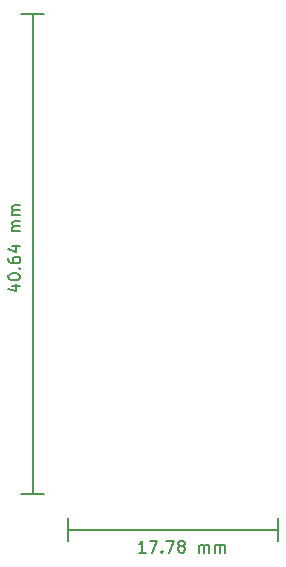
<source format=gbr>
G04 #@! TF.GenerationSoftware,KiCad,Pcbnew,5.1.9-1.fc33*
G04 #@! TF.CreationDate,2021-01-08T09:44:42+01:00*
G04 #@! TF.ProjectId,reDIP-sx,72654449-502d-4737-982e-6b696361645f,0.1*
G04 #@! TF.SameCoordinates,PX5e28010PY8011a50*
G04 #@! TF.FileFunction,OtherDrawing,Comment*
%FSLAX46Y46*%
G04 Gerber Fmt 4.6, Leading zero omitted, Abs format (unit mm)*
G04 Created by KiCad (PCBNEW 5.1.9-1.fc33) date 2021-01-08 09:44:42*
%MOMM*%
%LPD*%
G01*
G04 APERTURE LIST*
%ADD10C,0.150000*%
G04 APERTURE END LIST*
D10*
X-4734286Y17639524D02*
X-4067620Y17639524D01*
X-5115239Y17401429D02*
X-4400953Y17163334D01*
X-4400953Y17782381D01*
X-5067620Y18353810D02*
X-5067620Y18449048D01*
X-5020000Y18544286D01*
X-4972381Y18591905D01*
X-4877143Y18639524D01*
X-4686667Y18687143D01*
X-4448572Y18687143D01*
X-4258096Y18639524D01*
X-4162858Y18591905D01*
X-4115239Y18544286D01*
X-4067620Y18449048D01*
X-4067620Y18353810D01*
X-4115239Y18258572D01*
X-4162858Y18210953D01*
X-4258096Y18163334D01*
X-4448572Y18115715D01*
X-4686667Y18115715D01*
X-4877143Y18163334D01*
X-4972381Y18210953D01*
X-5020000Y18258572D01*
X-5067620Y18353810D01*
X-4162858Y19115715D02*
X-4115239Y19163334D01*
X-4067620Y19115715D01*
X-4115239Y19068096D01*
X-4162858Y19115715D01*
X-4067620Y19115715D01*
X-5067620Y20020477D02*
X-5067620Y19830000D01*
X-5020000Y19734762D01*
X-4972381Y19687143D01*
X-4829524Y19591905D01*
X-4639048Y19544286D01*
X-4258096Y19544286D01*
X-4162858Y19591905D01*
X-4115239Y19639524D01*
X-4067620Y19734762D01*
X-4067620Y19925239D01*
X-4115239Y20020477D01*
X-4162858Y20068096D01*
X-4258096Y20115715D01*
X-4496191Y20115715D01*
X-4591429Y20068096D01*
X-4639048Y20020477D01*
X-4686667Y19925239D01*
X-4686667Y19734762D01*
X-4639048Y19639524D01*
X-4591429Y19591905D01*
X-4496191Y19544286D01*
X-4734286Y20972858D02*
X-4067620Y20972858D01*
X-5115239Y20734762D02*
X-4400953Y20496667D01*
X-4400953Y21115715D01*
X-4067620Y22258572D02*
X-4734286Y22258572D01*
X-4639048Y22258572D02*
X-4686667Y22306191D01*
X-4734286Y22401429D01*
X-4734286Y22544286D01*
X-4686667Y22639524D01*
X-4591429Y22687143D01*
X-4067620Y22687143D01*
X-4591429Y22687143D02*
X-4686667Y22734762D01*
X-4734286Y22830000D01*
X-4734286Y22972858D01*
X-4686667Y23068096D01*
X-4591429Y23115715D01*
X-4067620Y23115715D01*
X-4067620Y23591905D02*
X-4734286Y23591905D01*
X-4639048Y23591905D02*
X-4686667Y23639524D01*
X-4734286Y23734762D01*
X-4734286Y23877620D01*
X-4686667Y23972858D01*
X-4591429Y24020477D01*
X-4067620Y24020477D01*
X-4591429Y24020477D02*
X-4686667Y24068096D01*
X-4734286Y24163334D01*
X-4734286Y24306191D01*
X-4686667Y24401429D01*
X-4591429Y24449048D01*
X-4067620Y24449048D01*
X-2000000Y0D02*
X-4000000Y0D01*
X-2000000Y40640000D02*
X-4000000Y40640000D01*
X-3000000Y0D02*
X-3000000Y40640000D01*
X6564761Y-4952380D02*
X5993333Y-4952380D01*
X6279047Y-4952380D02*
X6279047Y-3952380D01*
X6183809Y-4095238D01*
X6088571Y-4190476D01*
X5993333Y-4238095D01*
X6898095Y-3952380D02*
X7564761Y-3952380D01*
X7136190Y-4952380D01*
X7945714Y-4857142D02*
X7993333Y-4904761D01*
X7945714Y-4952380D01*
X7898095Y-4904761D01*
X7945714Y-4857142D01*
X7945714Y-4952380D01*
X8326666Y-3952380D02*
X8993333Y-3952380D01*
X8564761Y-4952380D01*
X9517142Y-4380952D02*
X9421904Y-4333333D01*
X9374285Y-4285714D01*
X9326666Y-4190476D01*
X9326666Y-4142857D01*
X9374285Y-4047619D01*
X9421904Y-4000000D01*
X9517142Y-3952380D01*
X9707619Y-3952380D01*
X9802857Y-4000000D01*
X9850476Y-4047619D01*
X9898095Y-4142857D01*
X9898095Y-4190476D01*
X9850476Y-4285714D01*
X9802857Y-4333333D01*
X9707619Y-4380952D01*
X9517142Y-4380952D01*
X9421904Y-4428571D01*
X9374285Y-4476190D01*
X9326666Y-4571428D01*
X9326666Y-4761904D01*
X9374285Y-4857142D01*
X9421904Y-4904761D01*
X9517142Y-4952380D01*
X9707619Y-4952380D01*
X9802857Y-4904761D01*
X9850476Y-4857142D01*
X9898095Y-4761904D01*
X9898095Y-4571428D01*
X9850476Y-4476190D01*
X9802857Y-4428571D01*
X9707619Y-4380952D01*
X11088571Y-4952380D02*
X11088571Y-4285714D01*
X11088571Y-4380952D02*
X11136190Y-4333333D01*
X11231428Y-4285714D01*
X11374285Y-4285714D01*
X11469523Y-4333333D01*
X11517142Y-4428571D01*
X11517142Y-4952380D01*
X11517142Y-4428571D02*
X11564761Y-4333333D01*
X11660000Y-4285714D01*
X11802857Y-4285714D01*
X11898095Y-4333333D01*
X11945714Y-4428571D01*
X11945714Y-4952380D01*
X12421904Y-4952380D02*
X12421904Y-4285714D01*
X12421904Y-4380952D02*
X12469523Y-4333333D01*
X12564761Y-4285714D01*
X12707619Y-4285714D01*
X12802857Y-4333333D01*
X12850476Y-4428571D01*
X12850476Y-4952380D01*
X12850476Y-4428571D02*
X12898095Y-4333333D01*
X12993333Y-4285714D01*
X13136190Y-4285714D01*
X13231428Y-4333333D01*
X13279047Y-4428571D01*
X13279047Y-4952380D01*
X0Y-3000000D02*
X17780000Y-3000000D01*
X17780000Y-2000000D02*
X17780000Y-4000000D01*
X0Y-2000000D02*
X0Y-4000000D01*
M02*

</source>
